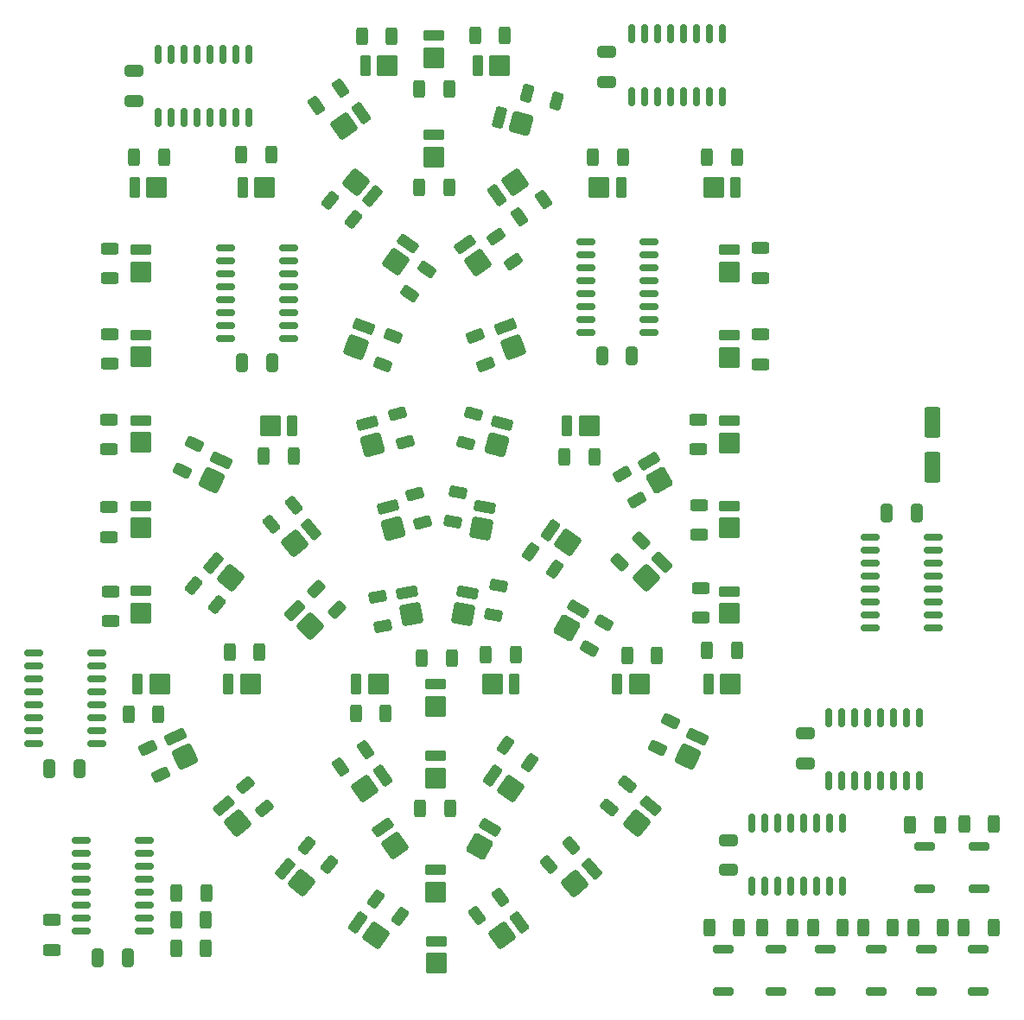
<source format=gbr>
%TF.GenerationSoftware,KiCad,Pcbnew,9.0.5*%
%TF.CreationDate,2025-10-19T21:09:40-05:00*%
%TF.ProjectId,slu,736c752e-6b69-4636-9164-5f7063625858,rev?*%
%TF.SameCoordinates,Original*%
%TF.FileFunction,Paste,Top*%
%TF.FilePolarity,Positive*%
%FSLAX46Y46*%
G04 Gerber Fmt 4.6, Leading zero omitted, Abs format (unit mm)*
G04 Created by KiCad (PCBNEW 9.0.5) date 2025-10-19 21:09:40*
%MOMM*%
%LPD*%
G01*
G04 APERTURE LIST*
G04 Aperture macros list*
%AMRoundRect*
0 Rectangle with rounded corners*
0 $1 Rounding radius*
0 $2 $3 $4 $5 $6 $7 $8 $9 X,Y pos of 4 corners*
0 Add a 4 corners polygon primitive as box body*
4,1,4,$2,$3,$4,$5,$6,$7,$8,$9,$2,$3,0*
0 Add four circle primitives for the rounded corners*
1,1,$1+$1,$2,$3*
1,1,$1+$1,$4,$5*
1,1,$1+$1,$6,$7*
1,1,$1+$1,$8,$9*
0 Add four rect primitives between the rounded corners*
20,1,$1+$1,$2,$3,$4,$5,0*
20,1,$1+$1,$4,$5,$6,$7,0*
20,1,$1+$1,$6,$7,$8,$9,0*
20,1,$1+$1,$8,$9,$2,$3,0*%
G04 Aperture macros list end*
%ADD10RoundRect,0.250000X-0.550000X1.250000X-0.550000X-1.250000X0.550000X-1.250000X0.550000X1.250000X0*%
%ADD11RoundRect,0.162500X0.750000X0.162500X-0.750000X0.162500X-0.750000X-0.162500X0.750000X-0.162500X0*%
%ADD12RoundRect,0.165000X-0.885000X0.385000X-0.885000X-0.385000X0.885000X-0.385000X0.885000X0.385000X0*%
%ADD13RoundRect,0.315000X-0.735000X0.735000X-0.735000X-0.735000X0.735000X-0.735000X0.735000X0.735000X0*%
%ADD14RoundRect,0.165000X-0.963306X0.059094X-0.699950X-0.664469X0.963306X-0.059094X0.699950X0.664469X0*%
%ADD15RoundRect,0.315000X-0.942059X0.439289X-0.439289X-0.942059X0.942059X-0.439289X0.439289X0.942059X0*%
%ADD16RoundRect,0.165000X-0.699950X0.664469X-0.963306X-0.059094X0.699950X-0.664469X0.963306X0.059094X0*%
%ADD17RoundRect,0.315000X-0.439289X0.942059X-0.942059X-0.439289X0.439289X-0.942059X0.942059X0.439289X0*%
%ADD18RoundRect,0.165000X-0.954490X0.142827X-0.755199X-0.600936X0.954490X-0.142827X0.755199X0.600936X0*%
%ADD19RoundRect,0.315000X-0.900187X0.519723X-0.519723X-0.900187X0.900187X-0.519723X0.519723X0.900187X0*%
%ADD20RoundRect,0.165000X-0.755199X0.600936X-0.954490X-0.142827X0.755199X-0.600936X0.954490X0.142827X0*%
%ADD21RoundRect,0.315000X-0.519723X0.900187X-0.900187X-0.519723X0.519723X-0.900187X0.900187X0.519723X0*%
%ADD22RoundRect,0.165000X-0.804700X0.532830X-0.938409X-0.225472X0.804700X-0.532830X0.938409X0.225472X0*%
%ADD23RoundRect,0.315000X-0.596202X0.851465X-0.851465X-0.596202X0.596202X-0.851465X0.851465X0.596202X0*%
%ADD24RoundRect,0.165000X-0.273940X0.925423X-0.863794X0.430476X0.273940X-0.925423X0.863794X-0.430476X0*%
%ADD25RoundRect,0.315000X0.090594X1.035492X-1.035492X0.090594X-0.090594X-1.035492X1.035492X-0.090594X0*%
%ADD26RoundRect,0.165000X0.385000X0.885000X-0.385000X0.885000X-0.385000X-0.885000X0.385000X-0.885000X0*%
%ADD27RoundRect,0.315000X0.735000X0.735000X-0.735000X0.735000X-0.735000X-0.735000X0.735000X-0.735000X0*%
%ADD28RoundRect,0.165000X-0.639374X0.722946X-0.964790X0.025089X0.639374X-0.722946X0.964790X-0.025089X0*%
%ADD29RoundRect,0.315000X-0.355512X0.976761X-0.976761X-0.355512X0.355512X-0.976761X0.976761X0.355512X0*%
%ADD30RoundRect,0.165000X-0.863794X-0.430476X-0.273940X-0.925423X0.863794X0.430476X0.273940X0.925423X0*%
%ADD31RoundRect,0.315000X-1.035492X-0.090594X0.090594X-1.035492X1.035492X0.090594X-0.090594X1.035492X0*%
%ADD32RoundRect,0.165000X-0.898026X-0.353553X-0.353553X-0.898026X0.898026X0.353553X0.353553X0.898026X0*%
%ADD33RoundRect,0.315000X-1.039447X0.000000X0.000000X-1.039447X1.039447X0.000000X0.000000X1.039447X0*%
%ADD34RoundRect,0.165000X-0.938409X0.225472X-0.804700X-0.532830X0.938409X-0.225472X0.804700X0.532830X0*%
%ADD35RoundRect,0.315000X-0.851465X0.596202X-0.596202X-0.851465X0.851465X-0.596202X0.596202X0.851465X0*%
%ADD36RoundRect,0.165000X-0.822989X-0.504123X-0.192242X-0.945776X0.822989X0.504123X0.192242X0.945776X0*%
%ADD37RoundRect,0.315000X-1.023655X-0.180498X0.180498X-1.023655X1.023655X0.180498X-0.180498X1.023655X0*%
%ADD38RoundRect,0.165000X-0.385000X-0.885000X0.385000X-0.885000X0.385000X0.885000X-0.385000X0.885000X0*%
%ADD39RoundRect,0.315000X-0.735000X-0.735000X0.735000X-0.735000X0.735000X0.735000X-0.735000X0.735000X0*%
%ADD40RoundRect,0.165000X-0.958932X-0.109080X-0.573932X-0.775920X0.958932X0.109080X0.573932X0.775920X0*%
%ADD41RoundRect,0.315000X-1.004029X0.269029X-0.269029X-1.004029X1.004029X-0.269029X0.269029X1.004029X0*%
%ADD42RoundRect,0.165000X-0.353553X0.898026X-0.898026X0.353553X0.353553X-0.898026X0.898026X-0.353553X0*%
%ADD43RoundRect,0.315000X0.000000X1.039447X-1.039447X0.000000X0.000000X-1.039447X1.039447X0.000000X0*%
%ADD44RoundRect,0.165000X-0.573932X0.775920X-0.958932X0.109080X0.573932X-0.775920X0.958932X-0.109080X0*%
%ADD45RoundRect,0.315000X-0.269029X1.004029X-1.004029X-0.269029X0.269029X-1.004029X1.004029X0.269029X0*%
%ADD46RoundRect,0.165000X-0.192242X0.945776X-0.822989X0.504123X0.192242X-0.945776X0.822989X-0.504123X0*%
%ADD47RoundRect,0.315000X0.180498X1.023655X-1.023655X0.180498X-0.180498X-1.023655X1.023655X-0.180498X0*%
%ADD48RoundRect,0.165000X-0.945776X-0.192242X-0.504123X-0.822989X0.945776X0.192242X0.504123X0.822989X0*%
%ADD49RoundRect,0.315000X-1.023655X0.180498X-0.180498X-1.023655X1.023655X-0.180498X0.180498X1.023655X0*%
%ADD50RoundRect,0.165000X0.863794X0.430476X0.273940X0.925423X-0.863794X-0.430476X-0.273940X-0.925423X0*%
%ADD51RoundRect,0.315000X1.035492X0.090594X-0.090594X1.035492X-1.035492X-0.090594X0.090594X-1.035492X0*%
%ADD52RoundRect,0.165000X-0.504123X0.822989X-0.945776X0.192242X0.504123X-0.822989X0.945776X-0.192242X0*%
%ADD53RoundRect,0.315000X-0.180498X1.023655X-1.023655X-0.180498X0.180498X-1.023655X1.023655X0.180498X0*%
%ADD54RoundRect,0.165000X-0.964790X-0.025089X-0.639374X-0.722946X0.964790X0.025089X0.639374X0.722946X0*%
%ADD55RoundRect,0.315000X-0.976761X0.355512X-0.355512X-0.976761X0.976761X-0.355512X0.355512X0.976761X0*%
%ADD56RoundRect,0.165000X-0.925423X-0.273940X-0.430476X-0.863794X0.925423X0.273940X0.430476X0.863794X0*%
%ADD57RoundRect,0.315000X-1.035492X0.090594X-0.090594X-1.035492X1.035492X-0.090594X0.090594X1.035492X0*%
%ADD58RoundRect,0.165000X-0.600936X-0.755199X0.142827X-0.954490X0.600936X0.755199X-0.142827X0.954490X0*%
%ADD59RoundRect,0.315000X-0.900187X-0.519723X0.519723X-0.900187X0.900187X0.519723X-0.519723X0.900187X0*%
%ADD60RoundRect,0.165000X0.192242X-0.945776X0.822989X-0.504123X-0.192242X0.945776X-0.822989X0.504123X0*%
%ADD61RoundRect,0.315000X-0.180498X-1.023655X1.023655X-0.180498X0.180498X1.023655X-1.023655X0.180498X0*%
%ADD62RoundRect,0.165000X-0.430476X0.863794X-0.925423X0.273940X0.430476X-0.863794X0.925423X-0.273940X0*%
%ADD63RoundRect,0.315000X-0.090594X1.035492X-1.035492X-0.090594X0.090594X-1.035492X1.035492X0.090594X0*%
%ADD64RoundRect,0.165000X-0.290049X0.920501X-0.871175X0.415335X0.290049X-0.920501X0.871175X-0.415335X0*%
%ADD65RoundRect,0.315000X0.072508X1.036915X-1.036915X0.072508X-0.072508X-1.036915X1.036915X-0.072508X0*%
%ADD66RoundRect,0.165000X-0.208718X0.942277X-0.831661X0.489683X0.208718X-0.942277X0.831661X-0.489683X0*%
%ADD67RoundRect,0.315000X0.162605X1.026650X-1.026650X0.162605X-0.162605X-1.026650X1.026650X-0.162605X0*%
%ADD68RoundRect,0.250000X-0.312500X-0.625000X0.312500X-0.625000X0.312500X0.625000X-0.312500X0.625000X0*%
%ADD69RoundRect,0.250000X-0.694189X0.079891X-0.480427X-0.507417X0.694189X-0.079891X0.480427X0.507417X0*%
%ADD70RoundRect,0.250000X0.480427X-0.507417X0.694189X0.079891X-0.480427X0.507417X-0.694189X-0.079891X0*%
%ADD71RoundRect,0.250000X-0.684585X0.140090X-0.522823X-0.463614X0.684585X-0.140090X0.522823X0.463614X0*%
%ADD72RoundRect,0.250000X-0.522823X0.463614X-0.684585X-0.140090X0.522823X-0.463614X0.684585X0.140090X0*%
%ADD73RoundRect,0.250000X-0.561240X0.416283X-0.669770X-0.199222X0.561240X-0.416283X0.669770X0.199222X0*%
%ADD74RoundRect,0.250000X0.162353X-0.679649X0.641131X-0.277907X-0.162353X0.679649X-0.641131X0.277907X0*%
%ADD75RoundRect,0.250000X0.434374X-0.547358X0.698511X0.019085X-0.434374X0.547358X-0.698511X-0.019085X0*%
%ADD76RoundRect,0.250000X0.641131X0.277907X0.162353X0.679649X-0.641131X-0.277907X-0.162353X-0.679649X0*%
%ADD77RoundRect,0.250000X0.662913X0.220971X0.220971X0.662913X-0.662913X-0.220971X-0.220971X-0.662913X0*%
%ADD78RoundRect,0.250000X0.669770X-0.199222X0.561240X0.416283X-0.669770X0.199222X-0.561240X-0.416283X0*%
%ADD79RoundRect,0.250000X0.561240X-0.416283X0.669770X0.199222X-0.561240X0.416283X-0.669770X-0.199222X0*%
%ADD80RoundRect,0.250000X0.614470X0.332727X0.102500X0.691213X-0.614470X-0.332727X-0.102500X-0.691213X0*%
%ADD81RoundRect,0.250000X0.697516X0.041867X0.385016X0.583133X-0.697516X-0.041867X-0.385016X-0.583133X0*%
%ADD82RoundRect,0.250000X0.220971X-0.662913X0.662913X-0.220971X-0.220971X0.662913X-0.662913X0.220971X0*%
%ADD83RoundRect,0.250000X0.385016X-0.583133X0.697516X-0.041867X-0.385016X0.583133X-0.697516X0.041867X0*%
%ADD84RoundRect,0.250000X0.312500X0.625000X-0.312500X0.625000X-0.312500X-0.625000X0.312500X-0.625000X0*%
%ADD85RoundRect,0.250000X-0.102500X0.691213X-0.614470X0.332727X0.102500X-0.691213X0.614470X-0.332727X0*%
%ADD86RoundRect,0.250000X0.625000X-0.312500X0.625000X0.312500X-0.625000X0.312500X-0.625000X-0.312500X0*%
%ADD87RoundRect,0.250000X-0.332727X0.614470X-0.691213X0.102500X0.332727X-0.614470X0.691213X-0.102500X0*%
%ADD88RoundRect,0.250000X-0.625000X0.312500X-0.625000X-0.312500X0.625000X-0.312500X0.625000X0.312500X0*%
%ADD89RoundRect,0.250000X0.698511X-0.019085X0.434374X0.547358X-0.698511X0.019085X-0.434374X-0.547358X0*%
%ADD90RoundRect,0.250000X0.679649X0.162353X0.277907X0.641131X-0.679649X-0.162353X-0.277907X-0.641131X0*%
%ADD91RoundRect,0.250000X0.620184X0.321953X0.114548X0.689319X-0.620184X-0.321953X-0.114548X-0.689319X0*%
%ADD92RoundRect,0.250000X-0.463614X-0.522823X0.140090X-0.684585X0.463614X0.522823X-0.140090X0.684585X0*%
%ADD93RoundRect,0.250000X0.102500X-0.691213X0.614470X-0.332727X-0.102500X0.691213X-0.614470X0.332727X0*%
%ADD94RoundRect,0.250000X-0.691213X-0.102500X-0.332727X-0.614470X0.691213X0.102500X0.332727X0.614470X0*%
%ADD95RoundRect,0.250000X0.289054X-0.636183X0.682379X-0.150467X-0.289054X0.636183X-0.682379X0.150467X0*%
%ADD96RoundRect,0.250000X0.174190X-0.676712X0.645884X-0.266675X-0.174190X0.676712X-0.645884X0.266675X0*%
%ADD97RoundRect,0.250000X0.126561X-0.687214X0.625708X-0.311080X-0.126561X0.687214X-0.625708X0.311080X0*%
%ADD98RoundRect,0.162500X-0.750000X-0.162500X0.750000X-0.162500X0.750000X0.162500X-0.750000X0.162500X0*%
%ADD99RoundRect,0.162500X0.162500X-0.750000X0.162500X0.750000X-0.162500X0.750000X-0.162500X-0.750000X0*%
%ADD100RoundRect,0.200000X0.800000X-0.200000X0.800000X0.200000X-0.800000X0.200000X-0.800000X-0.200000X0*%
%ADD101RoundRect,0.250000X-0.650000X0.325000X-0.650000X-0.325000X0.650000X-0.325000X0.650000X0.325000X0*%
%ADD102RoundRect,0.250000X-0.325000X-0.650000X0.325000X-0.650000X0.325000X0.650000X-0.325000X0.650000X0*%
%ADD103RoundRect,0.250000X0.325000X0.650000X-0.325000X0.650000X-0.325000X-0.650000X0.325000X-0.650000X0*%
%ADD104RoundRect,0.250000X0.650000X-0.325000X0.650000X0.325000X-0.650000X0.325000X-0.650000X-0.325000X0*%
G04 APERTURE END LIST*
D10*
%TO.C,bc1*%
X148880000Y-91070000D03*
X148880000Y-95470000D03*
%TD*%
D11*
%TO.C,ICO7*%
X85807500Y-82875000D03*
X85807500Y-81605000D03*
X85807500Y-80335000D03*
X85807500Y-79065000D03*
X85807500Y-77795000D03*
X85807500Y-76525000D03*
X85807500Y-75255000D03*
X85807500Y-73985000D03*
X79632500Y-73985000D03*
X79632500Y-75255000D03*
X79632500Y-76525000D03*
X79632500Y-77795000D03*
X79632500Y-79065000D03*
X79632500Y-80335000D03*
X79632500Y-81605000D03*
X79632500Y-82875000D03*
%TD*%
D12*
%TO.C,d64*%
X100090000Y-53200000D03*
D13*
X100090000Y-55350000D03*
%TD*%
D12*
%TO.C,d63*%
X100090000Y-62940000D03*
D13*
X100090000Y-65090000D03*
%TD*%
D14*
%TO.C,d62*%
X107121693Y-81740812D03*
D15*
X107857036Y-83761151D03*
%TD*%
D16*
%TO.C,d61*%
X93188307Y-81740812D03*
D17*
X92452964Y-83761151D03*
%TD*%
D18*
%TO.C,d60*%
X93533182Y-91225659D03*
D19*
X94089643Y-93302400D03*
%TD*%
D20*
%TO.C,d59*%
X106776818Y-91225659D03*
D21*
X106220357Y-93302400D03*
%TD*%
D22*
%TO.C,d58*%
X105082689Y-99400358D03*
D23*
X104709345Y-101517694D03*
%TD*%
D18*
%TO.C,d57*%
X95563182Y-99425659D03*
D19*
X96119643Y-101502400D03*
%TD*%
D24*
%TO.C,d56*%
X88076500Y-101558665D03*
D25*
X86429504Y-102940658D03*
%TD*%
D26*
%TO.C,d55*%
X86200000Y-91450000D03*
D27*
X84050000Y-91450000D03*
%TD*%
D28*
%TO.C,d54*%
X79206308Y-94845548D03*
D29*
X78297679Y-96794109D03*
%TD*%
D30*
%TO.C,d53*%
X78503500Y-104918665D03*
D31*
X80150496Y-106300658D03*
%TD*%
D32*
%TO.C,d52*%
X86402477Y-109592477D03*
D33*
X87922756Y-111112756D03*
%TD*%
D34*
%TO.C,d51*%
X97477311Y-107770358D03*
D35*
X97850655Y-109887694D03*
%TD*%
D22*
%TO.C,d50*%
X103352689Y-107770358D03*
D23*
X102979345Y-109887694D03*
%TD*%
D36*
%TO.C,d49*%
X111462336Y-101651408D03*
D37*
X113223513Y-102884597D03*
%TD*%
D38*
%TO.C,d48*%
X113120000Y-91450000D03*
D39*
X115270000Y-91450000D03*
%TD*%
D40*
%TO.C,d47*%
X121110000Y-94899526D03*
D41*
X122185000Y-96761481D03*
%TD*%
D42*
%TO.C,d46*%
X122387523Y-104832477D03*
D43*
X120867244Y-106352756D03*
%TD*%
D44*
%TO.C,d45*%
X114170000Y-109379526D03*
D45*
X113095000Y-111241481D03*
%TD*%
D38*
%TO.C,d44*%
X79950000Y-116770000D03*
D39*
X82100000Y-116770000D03*
%TD*%
D38*
%TO.C,d43*%
X92470000Y-116770000D03*
D39*
X94620000Y-116770000D03*
%TD*%
D38*
%TO.C,d42*%
X118030000Y-116770000D03*
D39*
X120180000Y-116770000D03*
%TD*%
D26*
%TO.C,d41*%
X107980000Y-116770000D03*
D27*
X105830000Y-116770000D03*
%TD*%
D12*
%TO.C,d40*%
X100250000Y-116770000D03*
D13*
X100250000Y-118920000D03*
%TD*%
D12*
%TO.C,d39*%
X100250000Y-123800000D03*
D13*
X100250000Y-125950000D03*
%TD*%
D36*
%TO.C,d38*%
X105802336Y-125761408D03*
D37*
X107563513Y-126994597D03*
%TD*%
D46*
%TO.C,d37*%
X95037664Y-125761408D03*
D47*
X93276487Y-126994597D03*
%TD*%
D48*
%TO.C,d36*%
X95051408Y-130852336D03*
D49*
X96284597Y-132613513D03*
%TD*%
D44*
%TO.C,d35*%
X105600000Y-130789526D03*
D45*
X104525000Y-132651481D03*
%TD*%
D12*
%TO.C,d34*%
X100270000Y-134990000D03*
D13*
X100270000Y-137140000D03*
%TD*%
D12*
%TO.C,d33*%
X100340000Y-141990000D03*
D13*
X100340000Y-144140000D03*
%TD*%
D38*
%TO.C,d32*%
X93355000Y-56130000D03*
D39*
X95505000Y-56130000D03*
%TD*%
D46*
%TO.C,d31*%
X92987664Y-60831408D03*
D47*
X91226487Y-62064597D03*
%TD*%
D50*
%TO.C,d30*%
X94086500Y-68931335D03*
D51*
X92439504Y-67549342D03*
%TD*%
D52*
%TO.C,d29*%
X97568592Y-73582336D03*
D53*
X96335403Y-75343513D03*
%TD*%
D38*
%TO.C,d28*%
X81360000Y-68070000D03*
D39*
X83510000Y-68070000D03*
%TD*%
D38*
%TO.C,d27*%
X70770000Y-68070000D03*
D39*
X72920000Y-68070000D03*
%TD*%
D12*
%TO.C,d26*%
X71340000Y-74191667D03*
D13*
X71340000Y-76341667D03*
%TD*%
D12*
%TO.C,d25*%
X71340000Y-82553333D03*
D13*
X71340000Y-84703333D03*
%TD*%
D12*
%TO.C,d24*%
X71340000Y-90915000D03*
D13*
X71340000Y-93065000D03*
%TD*%
D12*
%TO.C,d23*%
X71340000Y-99276667D03*
D13*
X71340000Y-101426667D03*
%TD*%
D12*
%TO.C,d22*%
X71340000Y-107638333D03*
D13*
X71340000Y-109788333D03*
%TD*%
D38*
%TO.C,d21*%
X71040000Y-116770000D03*
D39*
X73190000Y-116770000D03*
%TD*%
D54*
%TO.C,d20*%
X74753692Y-121915548D03*
D55*
X75662321Y-123864109D03*
%TD*%
D56*
%TO.C,d19*%
X79458665Y-128703500D03*
D57*
X80840658Y-130350496D03*
%TD*%
D30*
%TO.C,d18*%
X85493004Y-134848007D03*
D31*
X87140000Y-136230000D03*
%TD*%
D36*
%TO.C,d17*%
X92592336Y-140141408D03*
D37*
X94353513Y-141374597D03*
%TD*%
D38*
%TO.C,d16*%
X104385000Y-56130000D03*
D39*
X106535000Y-56130000D03*
%TD*%
D58*
%TO.C,d15*%
X106505659Y-61253182D03*
D59*
X108582400Y-61809643D03*
%TD*%
D60*
%TO.C,d14*%
X106232336Y-68838592D03*
D61*
X107993513Y-67605403D03*
%TD*%
D48*
%TO.C,d13*%
X103141408Y-73672336D03*
D49*
X104374597Y-75433513D03*
%TD*%
D26*
%TO.C,d12*%
X118410000Y-68070000D03*
D27*
X116260000Y-68070000D03*
%TD*%
D26*
%TO.C,d11*%
X129630000Y-68070000D03*
D27*
X127480000Y-68070000D03*
%TD*%
D12*
%TO.C,d10*%
X129050000Y-74201667D03*
D13*
X129050000Y-76351667D03*
%TD*%
D12*
%TO.C,d9*%
X129050000Y-82573333D03*
D13*
X129050000Y-84723333D03*
%TD*%
D12*
%TO.C,d8*%
X129050000Y-90945000D03*
D13*
X129050000Y-93095000D03*
%TD*%
D12*
%TO.C,d7*%
X129050000Y-99316667D03*
D13*
X129050000Y-101466667D03*
%TD*%
D12*
%TO.C,d6*%
X129050000Y-107688333D03*
D13*
X129050000Y-109838333D03*
%TD*%
D38*
%TO.C,d5*%
X126950000Y-116770000D03*
D39*
X129100000Y-116770000D03*
%TD*%
D28*
%TO.C,d4*%
X125876308Y-121915548D03*
D29*
X124967679Y-123864109D03*
%TD*%
D62*
%TO.C,d3*%
X121341335Y-128703500D03*
D63*
X119959342Y-130350496D03*
%TD*%
D64*
%TO.C,d2*%
X115521311Y-134870881D03*
D65*
X113898685Y-136281408D03*
%TD*%
D66*
%TO.C,d1*%
X108464083Y-140122368D03*
D67*
X106724696Y-141386106D03*
%TD*%
D68*
%TO.C,r64*%
X98627500Y-58380000D03*
X101552500Y-58380000D03*
%TD*%
%TO.C,r63*%
X98627500Y-68030000D03*
X101552500Y-68030000D03*
%TD*%
D69*
%TO.C,r62*%
X104149796Y-82645700D03*
X105150204Y-85394300D03*
%TD*%
D70*
%TO.C,r61*%
X95109796Y-85394300D03*
X96110204Y-82645700D03*
%TD*%
D71*
%TO.C,r60*%
X96511477Y-90237333D03*
X97268523Y-93062667D03*
%TD*%
D72*
%TO.C,r59*%
X103968523Y-90287333D03*
X103211477Y-93112667D03*
%TD*%
D73*
%TO.C,r58*%
X102453960Y-97979719D03*
X101946040Y-100860281D03*
%TD*%
D71*
%TO.C,r57*%
X98231477Y-98107333D03*
X98988523Y-100932667D03*
%TD*%
D74*
%TO.C,r56*%
X84129660Y-101070077D03*
X86370340Y-99189923D03*
%TD*%
D68*
%TO.C,r55*%
X83397500Y-94400000D03*
X86322500Y-94400000D03*
%TD*%
D75*
%TO.C,r54*%
X75411921Y-95845475D03*
X76648079Y-93194525D03*
%TD*%
D76*
%TO.C,r53*%
X78780681Y-109000154D03*
X76540001Y-107120000D03*
%TD*%
D77*
%TO.C,r52*%
X90604144Y-109514144D03*
X88535856Y-107445856D03*
%TD*%
D78*
%TO.C,r51*%
X95073960Y-111110281D03*
X94566040Y-108229719D03*
%TD*%
D79*
%TO.C,r50*%
X105912078Y-109990560D03*
X106419998Y-107109998D03*
%TD*%
D80*
%TO.C,r49*%
X111949999Y-105520000D03*
X109553979Y-103842288D03*
%TD*%
D68*
%TO.C,r48*%
X112887500Y-94510000D03*
X115812500Y-94510000D03*
%TD*%
D81*
%TO.C,r47*%
X119981250Y-98726562D03*
X118518750Y-96193438D03*
%TD*%
D82*
%TO.C,r46*%
X118285856Y-104784144D03*
X120354144Y-102715856D03*
%TD*%
D83*
%TO.C,r45*%
X115318750Y-113306562D03*
X116781250Y-110773438D03*
%TD*%
D68*
%TO.C,r44*%
X80047500Y-113660000D03*
X82972500Y-113660000D03*
%TD*%
%TO.C,r43*%
X92427500Y-119650000D03*
X95352500Y-119650000D03*
%TD*%
%TO.C,r42*%
X119007500Y-113920000D03*
X121932500Y-113920000D03*
%TD*%
%TO.C,r41*%
X105177500Y-113900000D03*
X108102500Y-113900000D03*
%TD*%
D84*
%TO.C,r40*%
X101812500Y-114210000D03*
X98887500Y-114210000D03*
%TD*%
%TO.C,r39*%
X101642500Y-128970000D03*
X98717500Y-128970000D03*
%TD*%
D80*
%TO.C,r38*%
X109508010Y-124418856D03*
X107111990Y-122741144D03*
%TD*%
D85*
%TO.C,r37*%
X93338010Y-123221144D03*
X90941990Y-124898856D03*
%TD*%
D84*
%TO.C,r36*%
X77782500Y-137210000D03*
X74857500Y-137210000D03*
%TD*%
%TO.C,r35*%
X77720000Y-139880000D03*
X74795000Y-139880000D03*
%TD*%
%TO.C,r34*%
X77720000Y-142630000D03*
X74795000Y-142630000D03*
%TD*%
D86*
%TO.C,r33*%
X62672500Y-142827500D03*
X62672500Y-139902500D03*
%TD*%
D84*
%TO.C,r32*%
X95952500Y-53230000D03*
X93027500Y-53230000D03*
%TD*%
D85*
%TO.C,r31*%
X90938010Y-58371144D03*
X88541990Y-60048856D03*
%TD*%
D76*
%TO.C,r30*%
X92170340Y-71240077D03*
X89929660Y-69359923D03*
%TD*%
D87*
%TO.C,r29*%
X99388856Y-76081990D03*
X97711144Y-78478010D03*
%TD*%
D84*
%TO.C,r28*%
X84122500Y-64860000D03*
X81197500Y-64860000D03*
%TD*%
%TO.C,r27*%
X73622500Y-65130000D03*
X70697500Y-65130000D03*
%TD*%
D86*
%TO.C,r26*%
X68360000Y-76994167D03*
X68360000Y-74069167D03*
%TD*%
%TO.C,r25*%
X68360000Y-85355833D03*
X68360000Y-82430833D03*
%TD*%
D88*
%TO.C,r24*%
X68270000Y-90807500D03*
X68270000Y-93732500D03*
%TD*%
%TO.C,r23*%
X68270000Y-99407500D03*
X68270000Y-102332500D03*
%TD*%
%TO.C,r22*%
X68390000Y-107667500D03*
X68390000Y-110592500D03*
%TD*%
D84*
%TO.C,r21*%
X73092500Y-119730000D03*
X70167500Y-119730000D03*
%TD*%
D89*
%TO.C,r20*%
X73288079Y-125685475D03*
X72051921Y-123034525D03*
%TD*%
D90*
%TO.C,r19*%
X83480077Y-128920340D03*
X81599923Y-126679660D03*
%TD*%
D76*
%TO.C,r18*%
X89830340Y-134470077D03*
X87589660Y-132589923D03*
%TD*%
D91*
%TO.C,r17*%
X96793187Y-139519636D03*
X94426813Y-137800364D03*
%TD*%
D68*
%TO.C,r16*%
X104097500Y-53200000D03*
X107022500Y-53200000D03*
%TD*%
D92*
%TO.C,r15*%
X109247333Y-58851477D03*
X112072667Y-59608523D03*
%TD*%
D93*
%TO.C,r14*%
X108453981Y-70947712D03*
X110850001Y-69270000D03*
%TD*%
D94*
%TO.C,r13*%
X106201144Y-72931990D03*
X107878856Y-75328010D03*
%TD*%
D68*
%TO.C,r12*%
X115647500Y-65130000D03*
X118572500Y-65130000D03*
%TD*%
%TO.C,r11*%
X126829999Y-65129999D03*
X129754999Y-65129999D03*
%TD*%
D86*
%TO.C,r10*%
X132060000Y-76922500D03*
X132060000Y-73997500D03*
%TD*%
%TO.C,r9*%
X132100000Y-85432500D03*
X132100000Y-82507500D03*
%TD*%
D88*
%TO.C,r8*%
X125950000Y-90822500D03*
X125950000Y-93747500D03*
%TD*%
%TO.C,r7*%
X126080000Y-99207500D03*
X126080000Y-102132500D03*
%TD*%
%TO.C,r6*%
X126210000Y-107327500D03*
X126210000Y-110252500D03*
%TD*%
D68*
%TO.C,r5*%
X126827500Y-113490000D03*
X129752500Y-113490000D03*
%TD*%
D75*
%TO.C,r4*%
X122011921Y-123015475D03*
X123248079Y-120364525D03*
%TD*%
D95*
%TO.C,r3*%
X117219619Y-128866576D03*
X119060381Y-126593424D03*
%TD*%
D96*
%TO.C,r2*%
X111286237Y-134479486D03*
X113493763Y-132560514D03*
%TD*%
D97*
%TO.C,r1*%
X104271996Y-139430154D03*
X106608004Y-137669846D03*
%TD*%
D84*
%TO.C,r72*%
X154922500Y-140640000D03*
X151997500Y-140640000D03*
%TD*%
%TO.C,r71*%
X149972500Y-140640000D03*
X147047500Y-140640000D03*
%TD*%
%TO.C,r70*%
X145052500Y-140660000D03*
X142127500Y-140660000D03*
%TD*%
%TO.C,r69*%
X140122500Y-140660000D03*
X137197500Y-140660000D03*
%TD*%
%TO.C,r68*%
X135192500Y-140630000D03*
X132267500Y-140630000D03*
%TD*%
%TO.C,r67*%
X129972500Y-140610000D03*
X127047500Y-140610000D03*
%TD*%
%TO.C,r66*%
X154965000Y-130500000D03*
X152040000Y-130500000D03*
%TD*%
%TO.C,r65*%
X149652500Y-130530000D03*
X146727500Y-130530000D03*
%TD*%
D98*
%TO.C,ICO8*%
X142810000Y-102380000D03*
X142810000Y-103650000D03*
X142810000Y-104920000D03*
X142810000Y-106190000D03*
X142810000Y-107460000D03*
X142810000Y-108730000D03*
X142810000Y-110000000D03*
X142810000Y-111270000D03*
X148985000Y-111270000D03*
X148985000Y-110000000D03*
X148985000Y-108730000D03*
X148985000Y-107460000D03*
X148985000Y-106190000D03*
X148985000Y-104920000D03*
X148985000Y-103650000D03*
X148985000Y-102380000D03*
%TD*%
D11*
%TO.C,ICO6*%
X121140000Y-82300000D03*
X121140000Y-81030000D03*
X121140000Y-79760000D03*
X121140000Y-78490000D03*
X121140000Y-77220000D03*
X121140000Y-75950000D03*
X121140000Y-74680000D03*
X121140000Y-73410000D03*
X114965000Y-73410000D03*
X114965000Y-74680000D03*
X114965000Y-75950000D03*
X114965000Y-77220000D03*
X114965000Y-78490000D03*
X114965000Y-79760000D03*
X114965000Y-81030000D03*
X114965000Y-82300000D03*
%TD*%
%TO.C,ICO5*%
X71707500Y-140985000D03*
X71707500Y-139715000D03*
X71707500Y-138445000D03*
X71707500Y-137175000D03*
X71707500Y-135905000D03*
X71707500Y-134635000D03*
X71707500Y-133365000D03*
X71707500Y-132095000D03*
X65532500Y-132095000D03*
X65532500Y-133365000D03*
X65532500Y-134635000D03*
X65532500Y-135905000D03*
X65532500Y-137175000D03*
X65532500Y-138445000D03*
X65532500Y-139715000D03*
X65532500Y-140985000D03*
%TD*%
D99*
%TO.C,ICO4*%
X73050000Y-61210000D03*
X74320000Y-61210000D03*
X75590000Y-61210000D03*
X76860000Y-61210000D03*
X78130000Y-61210000D03*
X79400000Y-61210000D03*
X80670000Y-61210000D03*
X81940000Y-61210000D03*
X81940000Y-55035000D03*
X80670000Y-55035000D03*
X79400000Y-55035000D03*
X78130000Y-55035000D03*
X76860000Y-55035000D03*
X75590000Y-55035000D03*
X74320000Y-55035000D03*
X73050000Y-55035000D03*
%TD*%
D11*
%TO.C,ICO3*%
X67042500Y-122575000D03*
X67042500Y-121305000D03*
X67042500Y-120035000D03*
X67042500Y-118765000D03*
X67042500Y-117495000D03*
X67042500Y-116225000D03*
X67042500Y-114955000D03*
X67042500Y-113685000D03*
X60867500Y-113685000D03*
X60867500Y-114955000D03*
X60867500Y-116225000D03*
X60867500Y-117495000D03*
X60867500Y-118765000D03*
X60867500Y-120035000D03*
X60867500Y-121305000D03*
X60867500Y-122575000D03*
%TD*%
D99*
%TO.C,ICO2*%
X119417500Y-59187500D03*
X120687500Y-59187500D03*
X121957500Y-59187500D03*
X123227500Y-59187500D03*
X124497500Y-59187500D03*
X125767500Y-59187500D03*
X127037500Y-59187500D03*
X128307500Y-59187500D03*
X128307500Y-53012500D03*
X127037500Y-53012500D03*
X125767500Y-53012500D03*
X124497500Y-53012500D03*
X123227500Y-53012500D03*
X121957500Y-53012500D03*
X120687500Y-53012500D03*
X119417500Y-53012500D03*
%TD*%
%TO.C,ICO1*%
X138797500Y-126227500D03*
X140067500Y-126227500D03*
X141337500Y-126227500D03*
X142607500Y-126227500D03*
X143877500Y-126227500D03*
X145147500Y-126227500D03*
X146417500Y-126227500D03*
X147687500Y-126227500D03*
X147687500Y-120052500D03*
X146417500Y-120052500D03*
X145147500Y-120052500D03*
X143877500Y-120052500D03*
X142607500Y-120052500D03*
X141337500Y-120052500D03*
X140067500Y-120052500D03*
X138797500Y-120052500D03*
%TD*%
%TO.C,ICI1*%
X131205000Y-136527500D03*
X132475000Y-136527500D03*
X133745000Y-136527500D03*
X135015000Y-136527500D03*
X136285000Y-136527500D03*
X137555000Y-136527500D03*
X138825000Y-136527500D03*
X140095000Y-136527500D03*
X140095000Y-130352500D03*
X138825000Y-130352500D03*
X137555000Y-130352500D03*
X136285000Y-130352500D03*
X135015000Y-130352500D03*
X133745000Y-130352500D03*
X132475000Y-130352500D03*
X131205000Y-130352500D03*
%TD*%
D100*
%TO.C,b8*%
X153400000Y-146910000D03*
X153400000Y-142710000D03*
%TD*%
%TO.C,b7*%
X148325000Y-146910000D03*
X148325000Y-142710000D03*
%TD*%
%TO.C,b6*%
X143450000Y-146910000D03*
X143450000Y-142710000D03*
%TD*%
%TO.C,b5*%
X138450000Y-146910000D03*
X138450000Y-142710000D03*
%TD*%
%TO.C,b4*%
X133600000Y-146910000D03*
X133600000Y-142710000D03*
%TD*%
%TO.C,b3*%
X128400000Y-146910000D03*
X128400000Y-142710000D03*
%TD*%
%TO.C,b2*%
X153465000Y-136850000D03*
X153465000Y-132650000D03*
%TD*%
%TO.C,b1*%
X148190000Y-136850000D03*
X148190000Y-132650000D03*
%TD*%
D101*
%TO.C,c1*%
X136490000Y-121595000D03*
X136490000Y-124545000D03*
%TD*%
%TO.C,c2*%
X116980002Y-54785000D03*
X116979998Y-57735000D03*
%TD*%
D102*
%TO.C,c3*%
X62390000Y-125040000D03*
X65340000Y-125040000D03*
%TD*%
D101*
%TO.C,c4*%
X70700000Y-56675000D03*
X70700000Y-59625000D03*
%TD*%
D102*
%TO.C,c5*%
X67132500Y-143635000D03*
X70082500Y-143635000D03*
%TD*%
%TO.C,c6*%
X116545000Y-84590000D03*
X119495000Y-84590000D03*
%TD*%
%TO.C,c7*%
X81265000Y-85290000D03*
X84215000Y-85290000D03*
%TD*%
D103*
%TO.C,c8*%
X147372500Y-99980000D03*
X144422500Y-99980000D03*
%TD*%
D104*
%TO.C,c9*%
X128980000Y-134995000D03*
X128980000Y-132045000D03*
%TD*%
M02*

</source>
